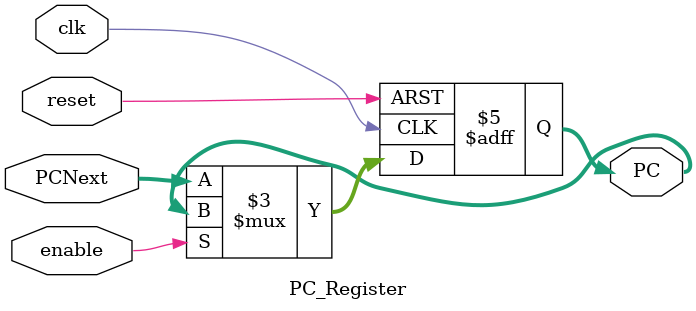
<source format=sv>
`timescale 1ns / 1ps


module PC_Register(
    input clk,
    input reset,
    input enable,
    input [31:0] PCNext,
    output logic [31:0] PC
    );
    
    
    always @(posedge clk, posedge reset) begin
        if(reset) begin
            PC <= 32'b0;
        end else if(~enable) begin
            PC <= PCNext;
        end
    end
    
endmodule

</source>
